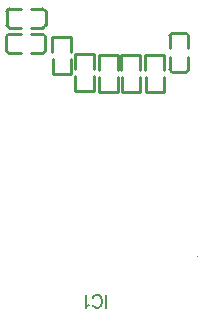
<source format=gto>
G04 Layer: TopSilkLayer*
G04 EasyEDA v6.4.7, 2020-11-27T10:47:25--5:00*
G04 dd7cd5e760c64df4b839af09766a4cc3,8c855a101c40496d9864c429bd497241,10*
G04 Gerber Generator version 0.2*
G04 Scale: 100 percent, Rotated: No, Reflected: No *
G04 Dimensions in inches *
G04 leading zeros omitted , absolute positions ,2 integer and 4 decimal *
%FSLAX24Y24*%
%MOIN*%
G90*
D02*

%ADD10C,0.010000*%
%ADD22C,0.003940*%
%ADD23C,0.006000*%

%LPD*%
G54D10*
G01X4035Y6454D02*
G01X4664Y6454D01*
G01X4662Y7183D02*
G01X4662Y7675D01*
G01X4033Y7183D02*
G01X4033Y7675D01*
G01X4664Y6946D02*
G01X4664Y6454D01*
G01X4035Y6946D02*
G01X4035Y6454D01*
G01X4033Y7675D02*
G01X4662Y7675D01*
G01X3285Y6454D02*
G01X3914Y6454D01*
G01X3912Y7183D02*
G01X3912Y7675D01*
G01X3283Y7183D02*
G01X3283Y7675D01*
G01X3914Y6946D02*
G01X3914Y6454D01*
G01X3285Y6946D02*
G01X3285Y6454D01*
G01X3283Y7675D02*
G01X3912Y7675D01*
G01X196Y7813D02*
G01X196Y8286D01*
G01X1003Y7735D02*
G01X1396Y7735D01*
G01X1003Y8364D02*
G01X1396Y8364D01*
G01X688Y7735D02*
G01X294Y7735D01*
G01X688Y8364D02*
G01X294Y8364D01*
G01X1495Y7813D02*
G01X1495Y8286D01*
G01X1416Y7735D02*
G01X1396Y7735D01*
G01X1416Y8364D02*
G01X1396Y8364D01*
G01X274Y7735D02*
G01X294Y7735D01*
G01X274Y8364D02*
G01X294Y8364D01*
G01X6186Y7104D02*
G01X5713Y7104D01*
G01X6264Y7911D02*
G01X6264Y8305D01*
G01X5635Y7911D02*
G01X5635Y8305D01*
G01X6264Y7596D02*
G01X6264Y7203D01*
G01X5635Y7596D02*
G01X5635Y7203D01*
G01X6186Y8403D02*
G01X5713Y8403D01*
G01X6264Y8325D02*
G01X6264Y8305D01*
G01X5635Y8325D02*
G01X5635Y8305D01*
G01X6264Y7183D02*
G01X6264Y7203D01*
G01X5635Y7183D02*
G01X5635Y7203D01*
G01X1503Y9136D02*
G01X1503Y8663D01*
G01X696Y9214D02*
G01X303Y9214D01*
G01X696Y8585D02*
G01X303Y8585D01*
G01X1011Y9214D02*
G01X1405Y9214D01*
G01X1011Y8585D02*
G01X1405Y8585D01*
G01X204Y9136D02*
G01X204Y8663D01*
G01X283Y9214D02*
G01X303Y9214D01*
G01X283Y8585D02*
G01X303Y8585D01*
G01X1425Y9214D02*
G01X1405Y9214D01*
G01X1425Y8585D02*
G01X1405Y8585D01*
G01X1735Y7054D02*
G01X2364Y7054D01*
G01X2362Y7783D02*
G01X2362Y8275D01*
G01X1733Y7783D02*
G01X1733Y8275D01*
G01X2364Y7546D02*
G01X2364Y7054D01*
G01X1735Y7546D02*
G01X1735Y7054D01*
G01X1733Y8275D02*
G01X2362Y8275D01*
G01X2485Y6474D02*
G01X3114Y6474D01*
G01X3112Y7203D02*
G01X3112Y7695D01*
G01X2483Y7203D02*
G01X2483Y7695D01*
G01X3114Y6966D02*
G01X3114Y6474D01*
G01X2485Y6966D02*
G01X2485Y6474D01*
G01X2483Y7695D02*
G01X3112Y7695D01*
G01X4835Y6454D02*
G01X5464Y6454D01*
G01X5462Y7183D02*
G01X5462Y7675D01*
G01X4833Y7183D02*
G01X4833Y7675D01*
G01X5464Y6946D02*
G01X5464Y6454D01*
G01X4835Y6946D02*
G01X4835Y6454D01*
G01X4833Y7675D02*
G01X5462Y7675D01*
G54D23*
G01X3515Y-748D02*
G01X3515Y-319D01*
G01X3073Y-646D02*
G01X3094Y-687D01*
G01X3135Y-728D01*
G01X3175Y-748D01*
G01X3257Y-748D01*
G01X3298Y-728D01*
G01X3339Y-687D01*
G01X3360Y-646D01*
G01X3380Y-584D01*
G01X3380Y-482D01*
G01X3360Y-421D01*
G01X3339Y-380D01*
G01X3298Y-339D01*
G01X3257Y-319D01*
G01X3175Y-319D01*
G01X3135Y-339D01*
G01X3094Y-380D01*
G01X3073Y-421D01*
G01X2938Y-666D02*
G01X2897Y-687D01*
G01X2836Y-748D01*
G01X2836Y-319D01*
G54D10*
G75*
G01X1495Y7814D02*
G02X1417Y7735I-78J0D01*
G01*
G75*
G01X1495Y8286D02*
G03X1417Y8365I-78J0D01*
G01*
G75*
G01X196Y7814D02*
G03X275Y7735I79J0D01*
G01*
G75*
G01X196Y8286D02*
G02X275Y8365I79J0D01*
G01*
G75*
G01X6186Y8404D02*
G02X6265Y8325I0J-79D01*
G01*
G75*
G01X5714Y8404D02*
G03X5635Y8325I0J-79D01*
G01*
G75*
G01X6186Y7105D02*
G03X6265Y7183I0J78D01*
G01*
G75*
G01X5714Y7105D02*
G02X5635Y7183I0J78D01*
G01*
G75*
G01X205Y9136D02*
G02X283Y9215I78J0D01*
G01*
G75*
G01X205Y8664D02*
G03X283Y8585I78J0D01*
G01*
G75*
G01X1504Y9136D02*
G03X1425Y9215I-79J0D01*
G01*
G75*
G01X1504Y8664D02*
G02X1425Y8585I-79J0D01*
G01*
G54D22*
G75*
G01X6544Y944D02*
G03X6583Y944I19J0D01*
G01*
G75*
G01X6583Y944D02*
G03X6544Y944I-20J0D01*
G01*
M00*
M02*

</source>
